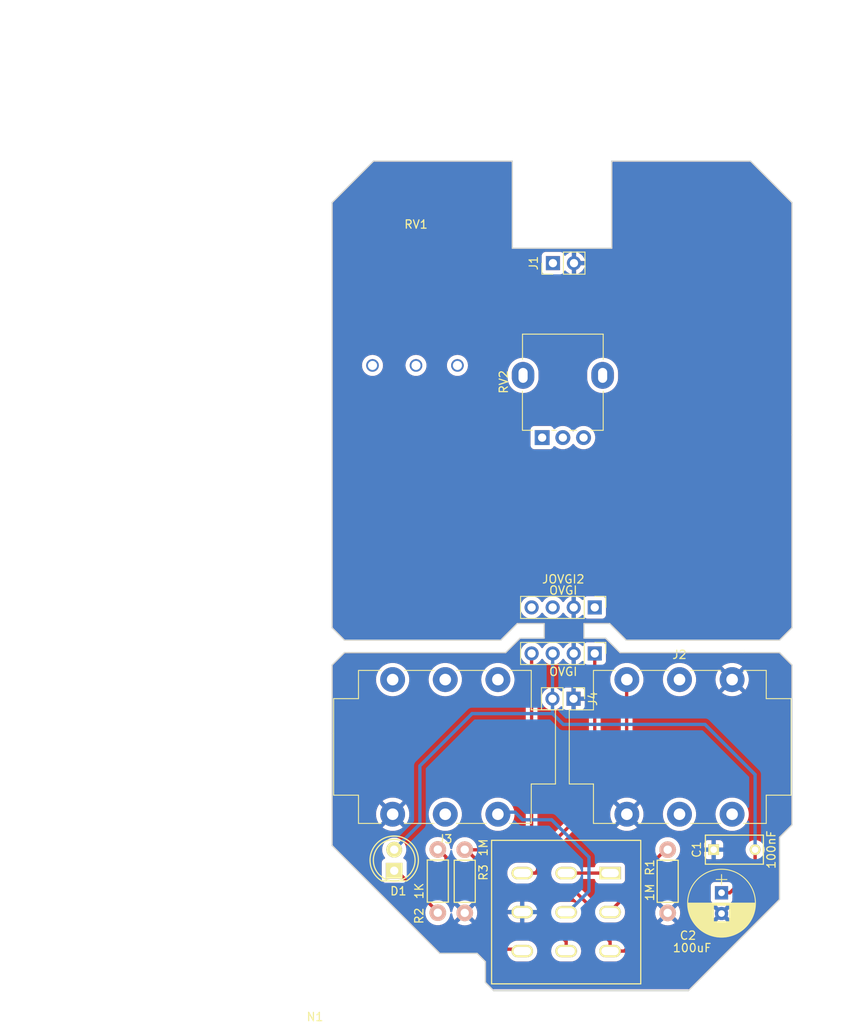
<source format=kicad_pcb>
(kicad_pcb (version 20221018) (generator pcbnew)
  (layers (0 "F.Cu" signal) (31 "B.Cu" signal) (34 "B.Paste" user) (35 "F.Paste" user) (36 "B.SilkS" user "B.Silkscreen") (37 "F.SilkS" user "F.Silkscreen") (38 "B.Mask" user) (39 "F.Mask" user) (44 "Edge.Cuts" user))
  (net 0 "")
  (net 1 "GND")
  (net 2 "+9V")
  (net 3 "Net-(D1-K)")
  (net 4 "O")
  (net 5 "I")
  (net 6 "Net-(SW1C-C)")
  (net 10 "Net-(SW1A-A)")
  (net 17 "Net-(SW1A-B)")
  (net 21 "Net-(SW1B-B)")
  (footprint "KiCad Lib:3PDT-Footswitch" (layer "F.Cu") (at 143.25 142.525 180)
    (fp_text reference "SW1" hide)
    (fp_text value "SW_3PDT" hide)
    (fp_line (start -9 -8.65) (end -9 8.65) (stroke (width 0.15)) (layer "F.SilkS"))
    (fp_line (start -9 -8.65) (end 9 -8.65) (stroke (width 0.15)) (layer "F.SilkS"))
    (fp_line (start 9 -8.65) (end 9 8.65) (stroke (width 0.15)) (layer "F.SilkS"))
    (fp_line (start 9 8.65) (end -8.9 8.65) (stroke (width 0.15)) (layer "F.SilkS"))
    (pad "1" thru_hole rect (at -5.3 4.7 180) (size 2.6 1.5) (drill oval 2.1 1) (layers "*.Cu" "*.Mask" "F.SilkS") (net 10 "Net-(SW1A-A)"))
    (pad "2" thru_hole oval (at 0 4.7 180) (size 2.6 1.5) (drill oval 2.1 1) (layers "*.Cu" "*.Mask" "F.SilkS") (net 10 "Net-(SW1A-A)"))
    (pad "3" thru_hole oval (at 5.3 4.7 180) (size 2.6 1.5) (drill oval 2.1 1) (layers "*.Cu" "*.Mask" "F.SilkS") (net 5 "I"))
    (pad "4" thru_hole oval (at -5.3 0 180) (size 2.6 1.5) (drill oval 2.1 1) (layers "*.Cu" "*.Mask" "F.SilkS") (net 17 "Net-(SW1A-B)"))
    (pad "5" thru_hole oval (at 0 -0.025 180) (size 2.6 1.5) (drill oval 2.1 1) (layers "*.Cu" "*.Mask" "F.SilkS") (net 21 "Net-(SW1B-B)"))
    (pad "6" thru_hole oval (at 5.3 0 180) (size 2.6 1.5) (drill oval 2.1 1) (layers "*.Cu" "*.Mask" "F.SilkS") (net 1 "GND"))
    (pad "7" thru_hole oval (at -5.3 -4.7 180) (size 2.6 1.5) (drill oval 2.1 1) (layers "*.Cu" "*.Mask" "F.SilkS") (net 5 "I"))
    (pad "8" thru_hole oval (at 0 -4.7 180) (size 2.6 1.5) (drill oval 2.1 1) (layers "*.Cu" "*.Mask" "F.SilkS") (net 4 "O"))
    (pad "9" thru_hole oval (at 5.3 -4.7 180) (size 2.6 1.5) (drill oval 2.1 1) (layers "*.Cu" "*.Mask" "F.SilkS") (net 6 "Net-(SW1C-C)"))
  )
  (footprint "Connector_Audio:Jack_6.35mm_Neutrik_NMJ6HCD2_Horizontal" (layer "F.Cu") (at 135.01 130.73 180)
    (fp_text reference "J3" (at 6.35 -3) (layer "F.SilkS"))
    (fp_text value "NMJ6HCD2")
    (fp_line (start -6.95 3.645) (end -4.03 3.645) (stroke (width 0.12)) (layer "F.SilkS"))
    (fp_line (start -6.95 12.545) (end -6.95 3.645) (stroke (width 0.12)) (layer "F.SilkS"))
    (fp_line (start -6.95 12.585) (end -4.03 12.585) (stroke (width 0.12)) (layer "F.SilkS"))
    (fp_line (start -4.03 -1.105) (end -1.4 -1.105) (stroke (width 0.12)) (layer "F.SilkS"))
    (fp_line (start -4.03 3.645) (end -4.03 -1.105) (stroke (width 0.12)) (layer "F.SilkS"))
    (fp_line (start -4.03 17.335) (end -4.03 12.585) (stroke (width 0.12)) (layer "F.SilkS"))
    (fp_line (start -1.4 17.335) (end -4.03 17.335) (stroke (width 0.12)) (layer "F.SilkS"))
    (fp_line (start 1.4 -1.105) (end 5 -1.105) (stroke (width 0.12)) (layer "F.SilkS"))
    (fp_line (start 5 17.335) (end 1.4 17.335) (stroke (width 0.12)) (layer "F.SilkS"))
    (fp_line (start 7.7 -1.105) (end 11.3 -1.105) (stroke (width 0.12)) (layer "F.SilkS"))
    (fp_line (start 11.3 17.335) (end 7.7 17.335) (stroke (width 0.12)) (layer "F.SilkS"))
    (fp_line (start 16.82 -1.105) (end 14.1 -1.105) (stroke (width 0.12)) (layer "F.SilkS"))
    (fp_line (start 16.82 2.295) (end 16.82 -1.105) (stroke (width 0.12)) (layer "F.SilkS"))
    (fp_line (start 16.82 2.295) (end 19.82 2.295) (stroke (width 0.12)) (layer "F.SilkS"))
    (fp_line (start 16.82 13.935) (end 19.82 13.935) (stroke (width 0.12)) (layer "F.SilkS"))
    (fp_line (start 16.82 17.335) (end 14.1 17.335) (stroke (width 0.12)) (layer "F.SilkS"))
    (fp_line (start 16.82 17.335) (end 16.82 13.935) (stroke (width 0.12)) (layer "F.SilkS"))
    (fp_line (start 19.82 13.935) (end 19.82 2.295) (stroke (width 0.12)) (layer "F.SilkS"))
    (pad "R" thru_hole circle (at 6.35 0 180) (size 3 3) (drill 1.4) (layers "*.Cu" "*.Mask"))
    (pad "RN" thru_hole circle (at 6.35 16.23 180) (size 3 3) (drill 1.4) (layers "*.Cu" "*.Mask"))
    (pad "S" thru_hole circle (at 12.7 0 180) (size 3 3) (drill 1.4) (layers "*.Cu" "*.Mask") (net 1 "GND"))
    (pad "SN" thru_hole circle (at 12.7 16.23 180) (size 3 3) (drill 1.4) (layers "*.Cu" "*.Mask"))
    (pad "T" thru_hole circle (at 0 0 180) (size 3 3) (drill 1.4) (layers "*.Cu" "*.Mask") (net 21 "Net-(SW1B-B)"))
    (pad "TN" thru_hole circle (at 0 16.23 180) (size 3 3) (drill 1.4) (layers "*.Cu" "*.Mask"))
  )
  (footprint "Connector_PinHeader_2.54mm:PinHeader_1x02_P2.54mm_Vertical" (layer "F.Cu") (at 141.65 64.3 90)
    (fp_text reference "J1" (at 0 -2.33 90) (layer "F.SilkS"))
    (fp_text value "V+ GND")
    (fp_line (start -1.33 -1.33) (end 0 -1.33) (stroke (width 0.12)) (layer "F.SilkS"))
    (fp_line (start -1.33 0) (end -1.33 -1.33) (stroke (width 0.12)) (layer "F.SilkS"))
    (fp_line (start -1.33 1.27) (end -1.33 3.87) (stroke (width 0.12)) (layer "F.SilkS"))
    (fp_line (start -1.33 1.27) (end 1.33 1.27) (stroke (width 0.12)) (layer "F.SilkS"))
    (fp_line (start -1.33 3.87) (end 1.33 3.87) (stroke (width 0.12)) (layer "F.SilkS"))
    (fp_line (start 1.33 1.27) (end 1.33 3.87) (stroke (width 0.12)) (layer "F.SilkS"))
    (pad "1" thru_hole rect (at 0 0 90) (size 1.7 1.7) (drill 1) (layers "*.Cu" "*.Mask") (net 2 "+9V"))
    (pad "2" thru_hole oval (at 0 2.54 90) (size 1.7 1.7) (drill 1) (layers "*.Cu" "*.Mask") (net 1 "GND"))
  )
  (footprint "Pin_Headers:Pin_Header_Straight_1x04_Pitch2.54mm" (layer "F.Cu") (at 146.7 111.35 -90)
    (fp_text reference "JOVGI1" hide)
    (fp_text value "OVGI" (at 2.2 3.8) (layer "F.SilkS"))
    (fp_line (start -1.33 -1.33) (end 0 -1.33) (stroke (width 0.12)) (layer "F.SilkS"))
    (fp_line (start -1.33 0) (end -1.33 -1.33) (stroke (width 0.12)) (layer "F.SilkS"))
    (fp_line (start -1.33 1.27) (end -1.33 8.95) (stroke (width 0.12)) (layer "F.SilkS"))
    (fp_line (start -1.33 1.27) (end 1.33 1.27) (stroke (width 0.12)) (layer "F.SilkS"))
    (fp_line (start -1.33 8.95) (end 1.33 8.95) (stroke (width 0.12)) (layer "F.SilkS"))
    (fp_line (start 1.33 1.27) (end 1.33 8.95) (stroke (width 0.12)) (layer "F.SilkS"))
    (pad "1" thru_hole rect (at 0 0 270) (size 1.7 1.7) (drill 1) (layers "*.Cu" "*.Mask") (net 5 "I"))
    (pad "2" thru_hole oval (at 0 2.54 270) (size 1.7 1.7) (drill 1) (layers "*.Cu" "*.Mask") (net 1 "GND"))
    (pad "3" thru_hole oval (at 0 5.08 270) (size 1.7 1.7) (drill 1) (layers "*.Cu" "*.Mask") (net 2 "+9V"))
    (pad "4" thru_hole oval (at 0 7.62 270) (size 1.7 1.7) (drill 1) (layers "*.Cu" "*.Mask") (net 4 "O"))
  )
  (footprint "Pin_Headers:Pin_Header_Straight_1x04_Pitch2.54mm" (layer "F.Cu") (at 146.7 105.8 -90)
    (fp_text reference "JOVGI2" (at -3.4 3.8) (layer "F.SilkS"))
    (fp_text value "OVGI" (at -2.05 3.8) (layer "F.SilkS"))
    (fp_line (start -1.33 -1.33) (end 0 -1.33) (stroke (width 0.12)) (layer "F.SilkS"))
    (fp_line (start -1.33 0) (end -1.33 -1.33) (stroke (width 0.12)) (layer "F.SilkS"))
    (fp_line (start -1.33 1.27) (end -1.33 8.95) (stroke (width 0.12)) (layer "F.SilkS"))
    (fp_line (start -1.33 1.27) (end 1.33 1.27) (stroke (width 0.12)) (layer "F.SilkS"))
    (fp_line (start -1.33 8.95) (end 1.33 8.95) (stroke (width 0.12)) (layer "F.SilkS"))
    (fp_line (start 1.33 1.27) (end 1.33 8.95) (stroke (width 0.12)) (layer "F.SilkS"))
    (pad "1" thru_hole rect (at 0 0 270) (size 1.7 1.7) (drill 1) (layers "*.Cu" "*.Mask") (net 5 "I"))
    (pad "2" thru_hole oval (at 0 2.54 270) (size 1.7 1.7) (drill 1) (layers "*.Cu" "*.Mask") (net 1 "GND"))
    (pad "3" thru_hole oval (at 0 5.08 270) (size 1.7 1.7) (drill 1) (layers "*.Cu" "*.Mask") (net 2 "+9V"))
    (pad "4" thru_hole oval (at 0 7.62 270) (size 1.7 1.7) (drill 1) (layers "*.Cu" "*.Mask") (net 4 "O"))
  )
  (footprint "Capacitors_THT:CP_Radial_D8.0mm_P2.50mm" (layer "F.Cu") (at 162 140.2 -90)
    (fp_text reference "C2" (at 5.15 4.05) (layer "F.SilkS"))
    (fp_text value "100uF" (at 6.65 3.55) (layer "F.SilkS"))
    (fp_line (start -2.2 0) (end -1 0) (stroke (width 0.12)) (layer "F.SilkS"))
    (fp_line (start -1.6 -0.65) (end -1.6 0.65) (stroke (width 0.12)) (layer "F.SilkS"))
    (fp_line (start 1.25 -4.05) (end 1.25 4.05) (stroke (width 0.12)) (layer "F.SilkS"))
    (fp_line (start 1.29 -4.05) (end 1.29 4.05) (stroke (width 0.12)) (layer "F.SilkS"))
    (fp_line (start 1.33 -4.05) (end 1.33 4.05) (stroke (width 0.12)) (layer "F.SilkS"))
    (fp_line (start 1.37 -4.049) (end 1.37 4.049) (stroke (width 0.12)) (layer "F.SilkS"))
    (fp_line (start 1.41 -4.047) (end 1.41 4.047) (stroke (width 0.12)) (layer "F.SilkS"))
    (fp_line (start 1.45 -4.046) (end 1.45 4.046) (stroke (width 0.12)) (layer "F.SilkS"))
    (fp_line (start 1.49 -4.043) (end 1.49 4.043) (stroke (width 0.12)) (layer "F.SilkS"))
    (fp_line (start 1.53 -4.041) (end 1.53 -0.98) (stroke (width 0.12)) (layer "F.SilkS"))
    (fp_line (start 1.53 0.98) (end 1.53 4.041) (stroke (width 0.12)) (layer "F.SilkS"))
    (fp_line (start 1.57 -4.038) (end 1.57 -0.98) (stroke (width 0.12)) (layer "F.SilkS"))
    (fp_line (start 1.57 0.98) (end 1.57 4.038) (stroke (width 0.12)) (layer "F.SilkS"))
    (fp_line (start 1.61 -4.035) (end 1.61 -0.98) (stroke (width 0.12)) (layer "F.SilkS"))
    (fp_line (start 1.61 0.98) (end 1.61 4.035) (stroke (width 0.12)) (layer "F.SilkS"))
    (fp_line (start 1.65 -4.031) (end 1.65 -0.98) (stroke (width 0.12)) (layer "F.SilkS"))
    (fp_line (start 1.65 0.98) (end 1.65 4.031) (stroke (width 0.12)) (layer "F.SilkS"))
    (fp_line (start 1.69 -4.027) (end 1.69 -0.98) (stroke (width 0.12)) (layer "F.SilkS"))
    (fp_line (start 1.69 0.98) (end 1.69 4.027) (stroke (width 0.12)) (layer "F.SilkS"))
    (fp_line (start 1.73 -4.022) (end 1.73 -0.98) (stroke (width 0.12)) (layer "F.SilkS"))
    (fp_line (start 1.73 0.98) (end 1.73 4.022) (stroke (width 0.12)) (layer "F.SilkS"))
    (fp_line (start 1.77 -4.017) (end 1.77 -0.98) (stroke (width 0.12)) (layer "F.SilkS"))
    (fp_line (start 1.77 0.98) (end 1.77 4.017) (stroke (width 0.12)) (layer "F.SilkS"))
    (fp_line (start 1.81 -4.012) (end 1.81 -0.98) (stroke (width 0.12)) (layer "F.SilkS"))
    (fp_line (start 1.81 0.98) (end 1.81 4.012) (stroke (width 0.12)) (layer "F.SilkS"))
    (fp_line (start 1.85 -4.006) (end 1.85 -0.98) (stroke (width 0.12)) (layer "F.SilkS"))
    (fp_line (start 1.85 0.98) (end 1.85 4.006) (stroke (width 0.12)) (layer "F.SilkS"))
    (fp_line (start 1.89 -4) (end 1.89 -0.98) (stroke (width 0.12)) (layer "F.SilkS"))
    (fp_line (start 1.89 0.98) (end 1.89 4) (stroke (width 0.12)) (layer "F.SilkS"))
    (fp_line (start 1.93 -3.994) (end 1.93 -0.98) (stroke (width 0.12)) (layer "F.SilkS"))
    (fp_line (start 1.93 0.98) (end 1.93 3.994) (stroke (width 0.12)) (layer "F.SilkS"))
    (fp_line (start 1.971 -3.987) (end 1.971 -0.98) (stroke (width 0.12)) (layer "F.SilkS"))
    (fp_line (start 1.971 0.98) (end 1.971 3.987) (stroke (width 0.12)) (layer "F.SilkS"))
    (fp_line (start 2.011 -3.979) (end 2.011 -0.98) (stroke (width 0.12)) (layer "F.SilkS"))
    (fp_line (start 2.011 0.98) (end 2.011 3.979) (stroke (width 0.12)) (layer "F.SilkS"))
    (fp_line (start 2.051 -3.971) (end 2.051 -0.98) (stroke (width 0.12)) (layer "F.SilkS"))
    (fp_line (start 2.051 0.98) (end 2.051 3.971) (stroke (width 0.12)) (layer "F.SilkS"))
    (fp_line (start 2.091 -3.963) (end 2.091 -0.98) (stroke (width 0.12)) (layer "F.SilkS"))
    (fp_line (start 2.091 0.98) (end 2.091 3.963) (stroke (width 0.12)) (layer "F.SilkS"))
    (fp_line (start 2.131 -3.955) (end 2.131 -0.98) (stroke (width 0.12)) (layer "F.SilkS"))
    (fp_line (start 2.131 0.98) (end 2.131 3.955) (stroke (width 0.12)) (layer "F.SilkS"))
    (fp_line (start 2.171 -3.946) (end 2.171 -0.98) (stroke (width 0.12)) (layer "F.SilkS"))
    (fp_line (start 2.171 0.98) (end 2.171 3.946) (stroke (width 0.12)) (layer "F.SilkS"))
    (fp_line (start 2.211 -3.936) (end 2.211 -0.98) (stroke (width 0.12)) (layer "F.SilkS"))
    (fp_line (start 2.211 0.98) (end 2.211 3.936) (stroke (width 0.12)) (layer "F.SilkS"))
    (fp_line (start 2.251 -3.926) (end 2.251 -0.98) (stroke (width 0.12)) (layer "F.SilkS"))
    (fp_line (start 2.251 0.98) (end 2.251 3.926) (stroke (width 0.12)) (layer "F.SilkS"))
    (fp_line (start 2.291 -3.916) (end 2.291 -0.98) (stroke (width 0.12)) (layer "F.SilkS"))
    (fp_line (start 2.291 0.98) (end 2.291 3.916) (stroke (width 0.12)) (layer "F.SilkS"))
    (fp_line (start 2.331 -3.905) (end 2.331 -0.98) (stroke (width 0.12)) (layer "F.SilkS"))
    (fp_line (start 2.331 0.98) (end 2.331 3.905) (stroke (width 0.12)) (layer "F.SilkS"))
    (fp_line (start 2.371 -3.894) (end 2.371 -0.98) (stroke (width 0.12)) (layer "F.SilkS"))
    (fp_line (start 2.371 0.98) (end 2.371 3.894) (stroke (width 0.12)) (layer "F.SilkS"))
    (fp_line (start 2.411 -3.883) (end 2.411 -0.98) (stroke (width 0.12)) (layer "F.SilkS"))
    (fp_line (start 2.411 0.98) (end 2.411 3.883) (stroke (width 0.12)) (layer "F.SilkS"))
    (fp_line (start 2.451 -3.87) (end 2.451 -0.98) (stroke (width 0.12)) (layer "F.SilkS"))
    (fp_line (start 2.451 0.98) (end 2.451 3.87) (stroke (width 0.12)) (layer "F.SilkS"))
    (fp_line (start 2.491 -3.858) (end 2.491 -0.98) (stroke (width 0.12)) (layer "F.SilkS"))
    (fp_line (start 2.491 0.98) (end 2.491 3.858) (stroke (width 0.12)) (layer "F.SilkS"))
    (fp_line (start 2.531 -3.845) (end 2.531 -0.98) (stroke (width 0.12)) (layer "F.SilkS"))
    (fp_line (start 2.531 0.98) (end 2.531 3.845) (stroke (width 0.12)) (layer "F.SilkS"))
    (fp_line (start 2.571 -3.832) (end 2.571 -0.98) (stroke (width 0.12)) (layer "F.SilkS"))
    (fp_line (start 2.571 0.98) (end 2.571 3.832) (stroke (width 0.12)) (layer "F.SilkS"))
    (fp_line (start 2.611 -3.818) (end 2.611 -0.98) (stroke (width 0.12)) (layer "F.SilkS"))
    (fp_line (start 2.611 0.98) (end 2.611 3.818) (stroke (width 0.12)) (layer "F.SilkS"))
    (fp_line (start 2.651 -3.803) (end 2.651 -0.98) (stroke (width 0.12)) (layer "F.SilkS"))
    (fp_line (start 2.651 0.98) (end 2.651 3.803) (stroke (width 0.12)) (layer "F.SilkS"))
    (fp_line (start 2.691 -3.789) (end 2.691 -0.98) (stroke (width 0.12)) (layer "F.SilkS"))
    (fp_line (start 2.691 0.98) (end 2.691 3.789) (stroke (width 0.12)) (layer "F.SilkS"))
    (fp_line (start 2.731 -3.773) (end 2.731 -0.98) (stroke (width 0.12)) (layer "F.SilkS"))
    (fp_line (start 2.731 0.98) (end 2.731 3.773) (stroke (width 0.12)) (layer "F.SilkS"))
    (fp_line (start 2.771 -3.758) (end 2.771 -0.98) (stroke (width 0.12)) (layer "F.SilkS"))
    (fp_line (start 2.771 0.98) (end 2.771 3.758) (stroke (width 0.12)) (layer "F.SilkS"))
    (fp_line (start 2.811 -3.741) (end 2.811 -0.98) (stroke (width 0.12)) (layer "F.SilkS"))
    (fp_line (start 2.811 0.98) (end 2.811 3.741) (stroke (width 0.12)) (layer "F.SilkS"))
    (fp_line (start 2.851 -3.725) (end 2.851 -0.98) (stroke (width 0.12)) (layer "F.SilkS"))
    (fp_line (start 2.851 0.98) (end 2.851 3.725) (stroke (width 0.12)) (layer "F.SilkS"))
    (fp_line (start 2.891 -3.707) (end 2.891 -0.98) (stroke (width 0.12)) (layer "F.SilkS"))
    (fp_line (start 2.891 0.98) (end 2.891 3.707) (stroke (width 0.12)) (layer "F.SilkS"))
    (fp_line (start 2.931 -3.69) (end 2.931 -0.98) (stroke (width 0.12)) (layer "F.SilkS"))
    (fp_line (start 2.931 0.98) (end 2.931 3.69) (stroke (width 0.12)) (layer "F.SilkS"))
    (fp_line (start 2.971 -3.671) (end 2.971 -0.98) (stroke (width 0.12)) (layer "F.SilkS"))
    (fp_line (start 2.971 0.98) (end 2.971 3.671) (stroke (width 0.12)) (layer "F.SilkS"))
    (fp_line (start 3.011 -3.652) (end 3.011 -0.98) (stroke (width 0.12)) (layer "F.SilkS"))
    (fp_line (start 3.011 0.98) (end 3.011 3.652) (stroke (width 0.12)) (layer "F.SilkS"))
    (fp_line (start 3.051 -3.633) (end 3.051 -0.98) (stroke (width 0.12)) (layer "F.SilkS"))
    (fp_line (start 3.051 0.98) (end 3.051 3.633) (stroke (width 0.12)) (layer "F.SilkS"))
    (fp_line (start 3.091 -3.613) (end 3.091 -0.98) (stroke (width 0.12)) (layer "F.SilkS"))
    (fp_line (start 3.091 0.98) (end 3.091 3.613) (stroke (width 0.12)) (layer "F.SilkS"))
    (fp_line (start 3.131 -3.593) (end 3.131 -0.98) (stroke (width 0.12)) (layer "F.SilkS"))
    (fp_line (start 3.131 0.98) (end 3.131 3.593) (stroke (width 0.12)) (layer "F.SilkS"))
    (fp_line (start 3.171 -3.572) (end 3.171 -0.98) (stroke (width 0.12)) (layer "F.SilkS"))
    (fp_line (start 3.171 0.98) (end 3.171 3.572) (stroke (width 0.12)) (layer "F.SilkS"))
    (fp_line (start 3.211 -3.55) (end 3.211 -0.98) (stroke (width 0.12)) (layer "F.SilkS"))
    (fp_line (start 3.211 0.98) (end 3.211 3.55) (stroke (width 0.12)) (layer "F.SilkS"))
    (fp_line (start 3.251 -3.528) (end 3.251 -0.98) (stroke (width 0.12)) (layer "F.SilkS"))
    (fp_line (start 3.251 0.98) (end 3.251 3.528) (stroke (width 0.12)) (layer "F.SilkS"))
    (fp_line (start 3.291 -3.505) (end 3.291 -0.98) (stroke (width 0.12)) (layer "F.SilkS"))
    (fp_line (start 3.291 0.98) (end 3.291 3.505) (stroke (width 0.12)) (layer "F.SilkS"))
    (fp_line (start 3.331 -3.482) (end 3.331 -0.98) (stroke (width 0.12)) (layer "F.SilkS"))
    (fp_line (start 3.331 0.98) (end 3.331 3.482) (stroke (width 0.12)) (layer "F.SilkS"))
    (fp_line (start 3.371 -3.458) (end 3.371 -0.98) (stroke (width 0.12)) (layer "F.SilkS"))
    (fp_line (start 3.371 0.98) (end 3.371 3.458) (stroke (width 0.12)) (layer "F.SilkS"))
    (fp_line (start 3.411 -3.434) (end 3.411 -0.98) (stroke (width 0.12)) (layer "F.SilkS"))
    (fp_line (start 3.411 0.98) (end 3.411 3.434) (stroke (width 0.12)) (layer "F.SilkS"))
    (fp_line (start 3.451 -3.408) (end 3.451 -0.98) (stroke (width 0.12)) (layer "F.SilkS"))
    (fp_line (start 3.451 0.98) (end 3.451 3.408) (stroke (width 0.12)) (layer "F.SilkS"))
    (fp_line (start 3.491 -3.383) (end 3.491 3.383) (stroke (width 0.12)) (layer "F.SilkS"))
    (fp_line (start 3.531 -3.356) (end 3.531 3.356) (stroke (width 0.12)) (layer "F.SilkS"))
    (fp_line (start 3.571 -3.329) (end 3.571 3.329) (stroke (width 0.12)) (layer "F.SilkS"))
    (fp_line (start 3.611 -3.301) (end 3.611 3.301) (stroke (width 0.12)) (layer "F.SilkS"))
    (fp_line (start 3.651 -3.272) (end 3.651 3.272) (stroke (width 0.12)) (layer "F.SilkS"))
    (fp_line (start 3.691 -3.243) (end 3.691 3.243) (stroke (width 0.12)) (layer "F.SilkS"))
    (fp_line (start 3.731 -3.213) (end 3.731 3.213) (stroke (width 0.12)) (layer "F.SilkS"))
    (fp_line (start 3.771 -3.182) (end 3.771 3.182) (stroke (width 0.12)) (layer "F.SilkS"))
    (fp_line (start 3.811 -3.15) (end 3.811 3.15) (stroke (width 0.12)) (layer "F.SilkS"))
    (fp_line (start 3.851 -3.118) (end 3.851 3.118) (stroke (width 0.12)) (layer "F.SilkS"))
    (fp_line (start 3.891 -3.084) (end 3.891 3.084) (stroke (width 0.12)) (layer "F.SilkS"))
    (fp_line (start 3.931 -3.05) (end 3.931 3.05) (stroke (width 0.12)) (layer "F.SilkS"))
    (fp_line (start 3.971 -3.015) (end 3.971 3.015) (stroke (width 0.12)) (layer "F.SilkS"))
    (fp_line (start 4.011 -2.979) (end 4.011 2.979) (stroke (width 0.12)) (layer "F.SilkS"))
    (fp_line (start 4.051 -2.942) (end 4.051 2.942) (stroke (width 0.12)) (layer "F.SilkS"))
    (fp_line (start 4.091 -2.904) (end 4.091 2.904) (stroke (width 0.12)) (layer "F.SilkS"))
    (fp_line (start 4.131 -2.865) (end 4.131 2.865) (stroke (width 0.12)) (layer "F.SilkS"))
    (fp_line (start 4.171 -2.824) (end 4.171 2.824) (stroke (width 0.12)) (layer "F.SilkS"))
    (fp_line (start 4.211 -2.783) (end 4.211 2.783) (stroke (width 0.12)) (layer "F.SilkS"))
    (fp_line (start 4.251 -2.74) (end 4.251 2.74) (stroke (width 0.12)) (layer "F.SilkS"))
    (fp_line (start 4.291 -2.697) (end 4.291 2.697) (stroke (width 0.12)) (layer "F.SilkS"))
    (fp_line (start 4.331 -2.652) (end 4.331 2.652) (stroke (width 0.12)) (layer "F.SilkS"))
    (fp_line (start 4.371 -2.605) (end 4.371 2.605) (stroke (width 0.12)) (layer "F.SilkS"))
    (fp_line (start 4.411 -2.557) (end 4.411 2.557) (stroke (width 0.12)) (layer "F.SilkS"))
    (fp_line (start 4.451 -2.508) (end 4.451 2.508) (stroke (width 0.12)) (layer "F.SilkS"))
    (fp_line (start 4.491 -2.457) (end 4.491 2.457) (stroke (width 0.12)) (layer "F.SilkS"))
    (fp_line (start 4.531 -2.404) (end 4.531 2.404) (stroke (width 0.12)) (layer "F.SilkS"))
    (fp_line (start 4.571 -2.349) (end 4.571 2.349) (stroke (width 0.12)) (layer "F.SilkS"))
    (fp_line (start 4.611 -2.293) (end 4.611 2.293) (stroke (width 0.12)) (layer "F.SilkS"))
    (fp_line (start 4.651 -2.234) (end 4.651 2.234) (stroke (width 0.12)) (layer "F.SilkS"))
    (fp_line (start 4.691 -2.173) (end 4.691 2.173) (stroke (width 0.12)) (layer "F.SilkS"))
    (fp_line (start 4.731 -2.109) (end 4.731 2.109) (stroke (width 0.12)) (layer "F.SilkS"))
    (fp_line (start 4.771 -2.043) (end 4.771 2.043) (stroke (width 0.12)) (layer "F.SilkS"))
    (fp_line (start 4.811 -1.974) (end 4.811 1.974) (stroke (width 0.12)) (layer "F.SilkS"))
    (fp_line (start 4.851 -1.902) (end 4.851 1.902) (stroke (width 0.12)) (layer "F.SilkS"))
    (fp_line (start 4.891 -1.826) (end 4.891 1.826) (stroke (width 0.12)) (layer "F.SilkS"))
    (fp_line (start 4.931 -1.745) (end 4.931 1.745) (stroke (width 0.12)) (layer "F.SilkS"))
    (fp_line (start 4.971 -1.66) (end 4.971 1.66) (stroke (width 0.12)) (layer "F.SilkS"))
    (fp_line (start 5.011 -1.57) (end 5.011 1.57) (stroke (width 0.12)) (layer "F.SilkS"))
    (fp_line (start 5.051 -1.473) (end 5.051 1.473) (stroke (width 0.12)) (layer "F.SilkS"))
    (fp_line (start 5.091 -1.369) (end 5.091 1.369) (stroke (width 0.12)) (layer "F.SilkS"))
    (fp_line (start 5.131 -1.254) (end 5.131 1.254) (stroke (width 0.12)) (layer "F.SilkS"))
    (fp_line (start 5.171 -1.127) (end 5.171 1.127) (stroke (width 0.12)) (layer "F.SilkS"))
    (fp_line (start 5.211 -0.983) (end 5.211 0.983) (stroke (width 0.12)) (layer "F.SilkS"))
    (fp_line (start 5.251 -0.814) (end 5.251 0.814) (stroke (width 0.12)) (layer "F.SilkS"))
    (fp_line (start 5.291 -0.598) (end 5.291 0.598) (stroke (width 0.12)) (layer "F.SilkS"))
    (fp_line (start 5.331 -0.246) (end 5.331 0.246) (stroke (width 0.12)) (layer "F.SilkS"))
    (fp_circle (center 1.25 0) (end 5.34 0) (stroke (width 0.12)) (fill none) (layer "F.SilkS"))
    (pad "1" thru_hole rect (at 0 0 270) (size 1.6 1.6) (drill 0.8) (layers "*.Cu" "*.Mask") (net 2 "+9V"))
    (pad "2" thru_hole circle (at 2.5 0 270) (size 1.6 1.6) (drill 0.8) (layers "*.Cu" "*.Mask") (net 1 "GND"))
  )
  (footprint "LEDs:LED-5MM" (layer "F.Cu") (at 122.5 137.54 90)
    (fp_text reference "D1" (at -2.46 0.5) (layer "F.SilkS"))
    (fp_text value "LED" hide)
    (fp_line (start -1.23 1.5) (end -1.23 -1.5) (stroke (width 0.15)) (layer "F.SilkS"))
    (fp_arc (start -1.23 -1.5) (mid 4.18544 -0.014565) (end -1.214888 1.524904) (stroke (width 0.15)) (layer "F.SilkS"))
    (fp_circle (center 1.27 0) (end 0.97 -2.5) (stroke (width 0.15)) (fill none) (layer "F.SilkS"))
    (pad "1" thru_hole rect (at 0 0 180) (size 2 1.9) (drill 1.00076) (layers "*.Cu" "*.Mask" "F.SilkS") (net 3 "Net-(D1-K)"))
    (pad "2" thru_hole circle (at 2.54 0 90) (size 1.9 1.9) (drill 1.00076) (layers "*.Cu" "*.Mask" "F.SilkS") (net 2 "+9V"))
  )
  (footprint "Resistors_ThroughHole:Resistor_Horizontal_RM7mm" (layer "F.Cu") (at 155.5 135 -90)
    (fp_text reference "R1" (at 2.15 2.15 90) (layer "F.SilkS"))
    (fp_text value "1M" (at 5.15 2.15 90) (layer "F.SilkS"))
    (fp_line (start 1.27 -1.27) (end 6.35 -1.27) (stroke (width 0.15)) (layer "F.SilkS"))
    (fp_line (start 1.27 1.27) (end 1.27 -1.27) (stroke (width 0.15)) (layer "F.SilkS"))
    (fp_line (start 6.35 -1.27) (end 6.35 1.27) (stroke (width 0.15)) (layer "F.SilkS"))
    (fp_line (start 6.35 1.27) (end 1.27 1.27) (stroke (width 0.15)) (layer "F.SilkS"))
    (pad "1" thru_hole circle (at 0 0 270) (size 1.99898 1.99898) (drill 1.00076) (layers "*.Cu" "*.SilkS" "*.Mask") (net 5 "I"))
    (pad "2" thru_hole circle (at 7.62 0 270) (size 1.99898 1.99898) (drill 1.00076) (layers "*.Cu" "*.SilkS" "*.Mask") (net 1 "GND"))
  )
  (footprint "Resistors_ThroughHole:Resistor_Horizontal_RM7mm" (layer "F.Cu") (at 127.76 142.6 90)
    (fp_text reference "R2" (at -0.38 -2.25 90) (layer "F.SilkS"))
    (fp_text value "1K" (at 2.62 -2.25 90) (layer "F.SilkS"))
    (fp_line (start 1.27 -1.27) (end 6.35 -1.27) (stroke (width 0.15)) (layer "F.SilkS"))
    (fp_line (start 1.27 1.27) (end 1.27 -1.27) (stroke (width 0.15)) (layer "F.SilkS"))
    (fp_line (start 6.35 -1.27) (end 6.35 1.27) (stroke (width 0.15)) (layer "F.SilkS"))
    (fp_line (start 6.35 1.27) (end 1.27 1.27) (stroke (width 0.15)) (layer "F.SilkS"))
    (pad "1" thru_hole circle (at 0 0 90) (size 1.99898 1.99898) (drill 1.00076) (layers "*.Cu" "*.SilkS" "*.Mask") (net 3 "Net-(D1-K)"))
    (pad "2" thru_hole circle (at 7.62 0 90) (size 1.99898 1.99898) (drill 1.00076) (layers "*.Cu" "*.SilkS" "*.Mask") (net 6 "Net-(SW1C-C)"))
  )
  (footprint "Resistors_ThroughHole:Resistor_Horizontal_RM7mm" (layer "F.Cu") (at 131.01 135 -90)
    (fp_text reference "R3" (at 2.75 -2.25 90) (layer "F.SilkS"))
    (fp_text value "1M" (at -0.25 -2.25 90) (layer "F.SilkS"))
    (fp_line (start 1.27 -1.27) (end 6.35 -1.27) (stroke (width 0.15)) (layer "F.SilkS"))
    (fp_line (start 1.27 1.27) (end 1.27 -1.27) (stroke (width 0.15)) (layer "F.SilkS"))
    (fp_line (start 6.35 -1.27) (end 6.35 1.27) (stroke (width 0.15)) (layer "F.SilkS"))
    (fp_line (start 6.35 1.27) (end 1.27 1.27) (stroke (width 0.15)) (layer "F.SilkS"))
    (pad "1" thru_hole circle (at 0 0 270) (size 1.99898 1.99898) (drill 1.00076) (layers "*.Cu" "*.SilkS" "*.Mask") (net 4 "O"))
    (pad "2" thru_hole circle (at 7.62 0 270) (size 1.99898 1.99898) (drill 1.00076) (layers "*.Cu" "*.SilkS" "*.Mask") (net 1 "GND"))
  )
  (footprint "Capacitors_ThroughHole:C_Rect_L7_W3.5_P5" (layer "F.Cu") (at 161.05 135)
    (fp_text reference "C1" (at -2.05 0 90) (layer "F.SilkS"))
    (fp_text value "100nF" (at 6.95 0 90) (layer "F.SilkS"))
    (fp_line (start -1 -1.75) (end 6 -1.75) (stroke (width 0.15)) (layer "F.SilkS"))
    (fp_line (start -1 1.75) (end -1 -1.75) (stroke (width 0.15)) (layer "F.SilkS"))
    (fp_line (start 6 -1.75) (end 6 1.75) (stroke (width 0.15)) (layer "F.SilkS"))
    (fp_line (start 6 1.75) (end -1 1.75) (stroke (width 0.15)) (layer "F.SilkS"))
    (pad "1" thru_hole rect (at 0 0) (size 1.3 1.3) (drill 0.8) (layers "*.Cu" "*.Mask" "F.SilkS") (net 1 "GND"))
    (pad "2" thru_hole circle (at 5 0) (size 1.3 1.3) (drill 0.8) (layers "*.Cu" "*.Mask" "F.SilkS") (net 2 "+9V"))
  )
  (footprint "Connector_PinHeader_2.54mm:PinHeader_1x02_P2.54mm_Vertical" (layer "F.Cu") (at 144.14 116.81 -90)
    (fp_text reference "J4" (at 0 -2.33 -90) (layer "F.SilkS"))
    (fp_text value "V+ GND")
    (fp_line (start -1.33 -1.33) (end 0 -1.33) (stroke (width 0.12)) (layer "F.SilkS"))
    (fp_line (start -1.33 0) (end -1.33 -1.33) (stroke (width 0.12)) (layer "F.SilkS"))
    (fp_line (start -1.33 1.27) (end -1.33 3.87) (stroke (width 0.12)) (layer "F.SilkS"))
    (fp_line (start -1.33 1.27) (end 1.33 1.27) (stroke (width 0.12)) (layer "F.SilkS"))
    (fp_line (start -1.33 3.87) (end 1.33 3.87) (stroke (width 0.12)) (layer "F.SilkS"))
    (fp_line (start 1.33 1.27) (end 1.33 3.87) (stroke (width 0.12)) (layer "F.SilkS"))
    (pad "1" thru_hole rect (at 0 0 270) (size 1.7 1.7) (drill 1) (layers "*.Cu" "*.Mask") (net 1 "GND"))
    (pad "2" thru_hole oval (at 0 2.54 270) (size 1.7 1.7) (drill 1) (layers "*.Cu" "*.Mask") (net 2 "+9V"))
  )
  (footprint "Connector_Audio:Jack_6.35mm_Neutrik_NMJ6HCD2_Horizontal" (layer "F.Cu") (at 150.575 114.5)
    (fp_text reference "J2" (at 6.35 -3) (layer "F.SilkS"))
    (fp_text value "NMJ6HCD2")
    (fp_line (start -6.95 3.645) (end -4.03 3.645) (stroke (width 0.12)) (layer "F.SilkS"))
    (fp_line (start -6.95 12.545) (end -6.95 3.645) (stroke (width 0.12)) (layer "F.SilkS"))
    (fp_line (start -6.95 12.585) (end -4.03 12.585) (stroke (width 0.12)) (layer "F.SilkS"))
    (fp_line (start -4.03 -1.105) (end -1.4 -1.105) (stroke (width 0.12)) (layer "F.SilkS"))
    (fp_line (start -4.03 3.645) (end -4.03 -1.105) (stroke (width 0.12)) (layer "F.SilkS"))
    (fp_line (start -4.03 17.335) (end -4.03 12.585) (stroke (width 0.12)) (layer "F.SilkS"))
    (fp_line (start -1.4 17.335) (end -4.03 17.335) (stroke (width 0.12)) (layer "F.SilkS"))
    (fp_line (start 1.4 -1.105) (end 5 -1.105) (stroke (width 0.12)) (layer "F.SilkS"))
    (fp_line (start 5 17.335) (end 1.4 17.335) (stroke (width 0.12)) (layer "F.SilkS"))
    (fp_line (start 7.7 -1.105) (end 11.3 -1.105) (stroke (width 0.12)) (layer "F.SilkS"))
    (fp_line (start 11.3 17.335) (end 7.7 17.335) (stroke (width 0.12)) (layer "F.SilkS"))
    (fp_line (start 16.82 -1.105) (end 14.1 -1.105) (stroke (width 0.12)) (layer "F.SilkS"))
    (fp_line (start 16.82 2.295) (end 16.82 -1.105) (stroke (width 0.12)) (layer "F.SilkS"))
    (fp_line (start 16.82 2.295) (end 19.82 2.295) (stroke (width 0.12)) (layer "F.SilkS"))
    (fp_line (start 16.82 13.935) (end 19.82 13.935) (stroke (width 0.12)) (layer "F.SilkS"))
    (fp_line (start 16.82 17.335) (end 14.1 17.335) (stroke (width 0.12)) (layer "F.SilkS"))
    (fp_line (start 16.82 17.335) (end 16.82 13.935) (stroke (width 0.12)) (layer "F.SilkS"))
    (fp_line (start 19.82 13.935) (end 19.82 2.295) (stroke (width 0.12)) (layer "F.SilkS"))
    (pad "R" thru_hole circle (at 6.35 0) (size 3 3) (drill 1.4) (layers "*.Cu" "*.Mask"))
    (pad "RN" thru_hole circle (at 6.35 16.23) (size 3 3) (drill 1.4) (layers "*.Cu" "*.Mask"))
    (pad "S" thru_hole circle (at 12.7 0) (size 3 3) (drill 1.4) (layers "*.Cu" "*.Mask") (net 1 "GND"))
    (pad "SN" thru_hole circle (at 12.7 16.23) (size 3 3) (drill 1.4) (layers "*.Cu" "*.Mask"))
    (pad "T" thru_hole circle (at 0 0) (size 3 3) (drill 1.4) (layers "*.Cu" "*.Mask") (net 17 "Net-(SW1A-B)"))
    (pad "TN" thru_hole circle (at 0 16.23) (size 3 3) (drill 1.4) (layers "*.Cu" "*.Mask") (net 1 "GND"))
  )
  (footprint "Potentiometer_THT:Potentiometer_Alpha_RD901F-40-00D_Single_Vertical" (layer "F.Cu") (at 140.35 85.33 90)
    (fp_text reference "RV2" (at 6.71 -4.64 90) (layer "F.SilkS"))
    (fp_text value "ALPHA-9MM")
    (fp_line (start 0.88 -2.38) (end 5.6 -2.38) (stroke (width 0.12)) (layer "F.SilkS"))
    (fp_line (start 0.88 -1.19) (end 0.88 -2.37) (stroke (width 0.12)) (layer "F.SilkS"))
    (fp_line (start 0.88 1.71) (end 0.88 1.18) (stroke (width 0.12)) (layer "F.SilkS"))
    (fp_line (start 0.88 4.16) (end 0.88 3.33) (stroke (width 0.12)) (layer "F.SilkS"))
    (fp_line (start 0.88 7.37) (end 0.88 5.88) (stroke (width 0.12)) (layer "F.SilkS"))
    (fp_line (start 0.88 7.37) (end 5.6 7.37) (stroke (width 0.12)) (layer "F.SilkS"))
    (fp_line (start 9.41 -2.37) (end 12.47 -2.37) (stroke (width 0.12)) (layer "F.SilkS"))
    (fp_line (start 9.41 7.37) (end 12.47 7.37) (stroke (width 0.12)) (layer "F.SilkS"))
    (fp_line (start 12.47 7.37) (end 12.47 -2.37) (stroke (width 0.12)) (layer "F.SilkS"))
    (pad "" thru_hole oval (at 7.5 -2.3 180) (size 2.72 3.24) (drill oval 1.1 1.8) (layers "*.Cu" "*.Mask"))
    (pad "" thru_hole oval (at 7.5 7.3 180) (size 2.72 3.24) (drill oval 1.1 1.8) (layers "*.Cu" "*.Mask"))
    (pad "1" thru_hole rect (at 0 0 180) (size 1.8 1.8) (drill 1) (layers "*.Cu" "*.Mask"))
    (pad "2" thru_hole circle (at 0 2.5 180) (size 1.8 1.8) (drill 1) (layers "*.Cu" "*.Mask"))
    (pad "3" thru_hole circle (at 0 5 180) (size 1.8 1.8) (drill 1) (layers "*.Cu" "*.Mask"))
  )
  (footprint "Pedal-Components:Potentiometer_ALPHA_RV16106N" (layer "F.Cu") (at 125.13 60.13)
    (fp_text reference "RV1" (at 0 -0.5 unlocked) (layer "F.SilkS"))
    (fp_text value "ALPHA-16mm")
    (pad "1" thru_hole circle (at -5.25 16.5) (size 1.524 1.524) (drill 1.1) (layers "*.Cu" "*.Mask"))
    (pad "2" thru_hole circle (at 0 16.5) (size 1.524 1.524) (drill 1.1) (layers "*.Cu" "*.Mask"))
    (pad "3" thru_hole circle (at 5 16.5) (size 1.524 1.524) (drill 1.1) (layers "*.Cu" "*.Mask"))
  )
  (footprint "Pedal-Components:1590B" (layer "F.Cu") (at 112.94 154.659085)
    (fp_text reference "N1" (at 0 0.5) (layer "F.SilkS"))
    (fp_text value "Housing")
  )
  (gr_line (start 145.4 107.75) (end 148.5 107.75) (stroke (width 0.15)) (layer "Edge.Cuts"))
  (gr_line (start 137.7 109.5) (end 140.6 109.5) (stroke (width 0.15)) (layer "Edge.Cuts"))
  (gr_line (start 128 147.5) (end 127 146.5) (stroke (width 0.15)) (layer "Edge.Cuts"))
  (gr_line (start 115 134.5) (end 115 121) (stroke (width 0.15)) (layer "Edge.Cuts"))
  (gr_line (start 135.35 109.75) (end 116.5 109.75) (stroke (width 0.15)) (layer "Edge.Cuts"))
  (gr_line (start 145.4 109.5) (end 148 109.5) (stroke (width 0.15)) (layer "Edge.Cuts"))
  (gr_line (start 148.75 62.5) (end 148.75 52) (stroke (width 0.15)) (layer "Edge.Cuts"))
  (gr_line (start 127 146.5) (end 115 134.5) (stroke (width 0.15)) (layer "Edge.Cuts"))
  (gr_line (start 115 57) (end 115 108.25) (stroke (width 0.15)) (layer "Edge.Cuts"))
  (gr_line (start 169 141) (end 158 152) (stroke (width 0.15)) (layer "Edge.Cuts"))
  (gr_line (start 133.5 151) (end 133.5 148.5) (stroke (width 0.15)) (layer "Edge.Cuts"))
  (gr_line (start 149.75 111.25) (end 164.75 111.25) (stroke (width 0.15)) (layer "Edge.Cuts"))
  (gr_line (start 148.5 107.75) (end 150.5 109.75) (stroke (width 0.15)) (layer "Edge.Cuts"))
  (gr_line (start 165.5 52) (end 170.5 57) (stroke (width 0.15)) (layer "Edge.Cuts"))
  (gr_line (start 169 109.75) (end 170.5 108.25) (stroke (width 0.15)) (layer "Edge.Cuts"))
  (gr_line (start 169 133.5) (end 170.5 132) (stroke (width 0.15)) (layer "Edge.Cuts"))
  (gr_line (start 116.5 109.75) (end 115 108.25) (stroke (width 0.15)) (layer "Edge.Cuts"))
  (gr_line (start 140.6 107.75) (end 140.6 109.5) (stroke (width 0.15)) (layer "Edge.Cuts"))
  (gr_line (start 137.35 107.75) (end 135.35 109.75) (stroke (width 0.15)) (layer "Edge.Cuts"))
  (gr_line (start 115 57) (end 120 52) (stroke (width 0.15)) (layer "Edge.Cuts"))
  (gr_line (start 170.5 85) (end 170.5 57) (stroke (width 0.15)) (layer "Edge.Cuts"))
  (gr_line (start 136.75 62.5) (end 148.75 62.5) (stroke (width 0.15)) (layer "Edge.Cuts"))
  (gr_line (start 136.75 52) (end 120 52) (stroke (width 0.15)) (layer "Edge.Cuts"))
  (gr_line (start 170.5 112.75) (end 169 111.25) (stroke (width 0.15)) (layer "Edge.Cuts"))
  (gr_line (start 135.95 111.25) (end 117 111.25) (stroke (width 0.15)) (layer "Edge.Cuts"))
  (gr_line (start 134.5 152) (end 158 152) (stroke (width 0.15)) (layer "Edge.Cuts"))
  (gr_line (start 116.5 109.75) (end 116.5 109.75) (stroke (width 0.15)) (layer "Edge.Cuts"))
  (gr_line (start 137.7 109.5) (end 135.95 111.25) (stroke (width 0.15)) (layer "Edge.Cuts"))
  (gr_line (start 169 133.5) (end 169 141) (stroke (width 0.15)) (layer "Edge.Cuts"))
  (gr_line (start 170.5 108.25) (end 170.5 85) (stroke (width 0.15)) (layer "Edge.Cuts"))
  (gr_line (start 136.75 52) (end 136.75 62.5) (stroke (width 0.15)) (layer "Edge.Cuts"))
  (gr_line (start 134.5 152) (end 133.5 151) (stroke (width 0.15)) (layer "Edge.Cuts"))
  (gr_line (start 133.5 148.5) (end 132.5 147.5) (stroke (width 0.15)) (layer "Edge.Cuts"))
  (gr_line (start 115 112.75) (end 115 121) (stroke (width 0.15)) (layer "Edge.Cuts"))
  (gr_line (start 148.75 52) (end 165.5 52) (stroke (width 0.15)) (layer "Edge.Cuts"))
  (gr_line (start 132.5 147.5) (end 128.5 147.5) (stroke (width 0.15)) (layer "Edge.Cuts"))
  (gr_line (start 145.4 107.75) (end 145.4 109.5) (stroke (width 0.15)) (layer "Edge.Cuts"))
  (gr_line (start 169 111.25) (end 164.75 111.25) (stroke (width 0.15)) (layer "Edge.Cuts"))
  (gr_line (start 116.5 111.25) (end 115 112.75) (stroke (width 0.15)) (layer "Edge.Cuts"))
  (gr_line (start 148 109.5) (end 149.75 111.25) (stroke (width 0.15)) (layer "Edge.Cuts"))
  (gr_line (start 170.5 132) (end 170.5 112.75) (stroke (width 0.15)) (layer "Edge.Cuts"))
  (gr_line (start 128.5 147.5) (end 128 147.5) (stroke (width 0.15)) (layer "Edge.Cuts"))
  (gr_line (start 137.35 107.75) (end 140.6 107.75) (stroke (width 0.15)) (layer "Edge.Cuts"))
  (gr_line (start 150.5 109.75) (end 169 109.75) (stroke (width 0.15)) (layer "Edge.Cuts"))
  (gr_line (start 117 111.25) (end 116.5 111.25) (stroke (width 0.15)) (layer "Edge.Cuts"))
  (segment (start 162 140.2) (end 163 140.2) (width 0.4) (layer "F.Cu") (net 2))
  (segment (start 163 140.2) (end 166.05 137.15) (width 0.4) (layer "F.Cu") (net 2))
  (segment (start 166.05 137.15) (end 166.05 135.919238) (width 0.4) (layer "F.Cu") (net 2))
  (segment (start 166.05 135.919238) (end 166.05 135) (width 0.4) (layer "F.Cu") (net 2))
  (segment (start 125.6 131.9) (end 122.5 135) (width 0.4) (layer "B.Cu") (net 2))
  (segment (start 141.65 105.77) (end 141.62 105.8) (width 0.4) (layer "B.Cu") (net 2))
  (segment (start 141.6 118.6) (end 142.9 119.9) (width 0.4) (layer "B.Cu") (net 2))
  (segment (start 131.9 118.6) (end 125.6 124.9) (width 0.4) (layer "B.Cu") (net 2))
  (segment (start 141.62 111.35) (end 141.62 112.552081) (width 0.4) (layer "B.Cu") (net 2))
  (segment (start 141.6 112.572081) (end 141.6 118.1) (width 0.4) (layer "B.Cu") (net 2))
  (segment (start 160 119.9) (end 166.05 125.95) (width 0.4) (layer "B.Cu") (net 2))
  (segment (start 141.6 118.1) (end 141.6 118.6) (width 0.4) (layer "B.Cu") (net 2))
  (segment (start 125.6 124.9) (end 125.6 131.9) (width 0.4) (layer "B.Cu") (net 2))
  (segment (start 141.6 116.81) (end 141.6 118.1) (width 0.4) (layer "B.Cu") (net 2))
  (segment (start 142.9 119.9) (end 160 119.9) (width 0.4) (layer "B.Cu") (net 2))
  (segment (start 141.62 112.552081) (end 141.6 112.572081) (width 0.4) (layer "B.Cu") (net 2))
  (segment (start 166.05 125.95) (end 166.05 135) (width 0.4) (layer "B.Cu") (net 2))
  (segment (start 141.6 118.6) (end 131.9 118.6) (width 0.4) (layer "B.Cu") (net 2))
  (segment (start 126.750511 141.500511) (end 127.75 142.5) (width 0.4) (layer "F.Cu") (net 3))
  (segment (start 122.5 137.5) (end 122.75 137.5) (width 0.4) (layer "F.Cu") (net 3))
  (segment (start 122.75 137.5) (end 126.750511 141.500511) (width 0.4) (layer "F.Cu") (net 3))
  (segment (start 139.08 111.35) (end 139.08 132.92) (width 0.4) (layer "F.Cu") (net 4))
  (segment (start 131 135.02) (end 131.22 135.02) (width 0.4) (layer "F.Cu") (net 4))
  (segment (start 140.6 143.425) (end 143.25 146.075) (width 0.4) (layer "F.Cu") (net 4))
  (segment (start 136.98 135.02) (end 131 135.02) (width 0.4) (layer "F.Cu") (net 4))
  (segment (start 139.08 132.92) (end 136.98 135.02) (width 0.4) (layer "F.Cu") (net 4))
  (segment (start 132.079489 135.879489) (end 136.4 140.2) (width 0.4) (layer "F.Cu") (net 4))
  (segment (start 143.25 146.075) (end 143.25 147.225) (width 0.4) (layer "F.Cu") (net 4))
  (segment (start 131.22 135.02) (end 132.079489 135.879489) (width 0.4) (layer "F.Cu") (net 4))
  (segment (start 140.6 141.6) (end 140.6 143.425) (width 0.4) (layer "F.Cu") (net 4))
  (segment (start 139.2 140.2) (end 140.6 141.6) (width 0.4) (layer "F.Cu") (net 4))
  (segment (start 136.4 140.2) (end 139.2 140.2) (width 0.4) (layer "F.Cu") (net 4))
  (segment (start 148.55 146.075) (end 145.9 143.425) (width 0.4) (layer "F.Cu") (net 5))
  (segment (start 151.925 145.575) (end 152.5 145) (width 0.4) (layer "F.Cu") (net 5))
  (segment (start 148.55 147.225) (end 148.55 146.075) (width 0.4) (layer "F.Cu") (net 5))
  (segment (start 152.5 145) (end 152.5 141.5) (width 0.4) (layer "F.Cu") (net 5))
  (segment (start 146.7 111.35) (end 146.7 115.62) (width 0.4) (layer "F.Cu") (net 5))
  (segment (start 141.6 140.1) (end 140.5 139) (width 0.4) (layer "F.Cu") (net 5))
  (segment (start 145 130.8) (end 145 124.64) (width 0.4) (layer "F.Cu") (net 5))
  (segment (start 139.8 137.525) (end 139.8 136) (width 0.4) (layer "F.Cu") (net 5))
  (segment (start 151.9 145.575) (end 151.925 145.575) (width 0.4) (layer "F.Cu") (net 5))
  (segment (start 145 124.64) (end 146.7 122.94) (width 0.4) (layer "F.Cu") (net 5))
  (segment (start 154 140) (end 154 136.25) (width 0.4) (layer "F.Cu") (net 5))
  (segment (start 139.825 137.825) (end 139.5 137.825) (width 0.4) (layer "F.Cu") (net 5))
  (segment (start 139.8 136) (end 145 130.8) (width 0.4) (layer "F.Cu") (net 5))
  (segment (start 140.5 138.5) (end 139.825 137.825) (width 0.4) (layer "F.Cu") (net 5))
  (segment (start 154 136.25) (end 155.5 134.75) (width 0.4) (layer "F.Cu") (net 5))
  (segment (start 140.5 139) (end 140.5 138.5) (width 0.4) (layer "F.Cu") (net 5))
  (segment (start 145.9 141.6) (end 144.4 140.1) (width 0.4) (layer "F.Cu") (net 5))
  (segment (start 150.25 147.225) (end 151.9 145.575) (width 0.4) (layer "F.Cu") (net 5))
  (segment (start 137.95 137.825) (end 139.5 137.825) (width 0.4) (layer "F.Cu") (net 5))
  (segment (start 148.55 147.225) (end 150.25 147.225) (width 0.4) (layer "F.Cu") (net 5))
  (segment (start 144.4 140.1) (end 141.6 140.1) (width 0.4) (layer "F.Cu") (net 5))
  (segment (start 139.5 137.825) (end 139.8 137.525) (width 0.4) (layer "F.Cu") (net 5))
  (segment (start 146.7 115.62) (end 146.7 122.94) (width 0.4) (layer "F.Cu") (net 5))
  (segment (start 145.9 143.425) (end 145.9 141.6) (width 0.4) (layer "F.Cu") (net 5))
  (segment (start 152.5 141.5) (end 154 140) (width 0.4) (layer "F.Cu") (net 5))
  (segment (start 133.2 139.9) (end 134.2 140.9) (width 0.4) (layer "F.Cu") (net 6))
  (segment (start 130.9 139.9) (end 133.2 139.9) (width 0.4) (layer "F.Cu") (net 6))
  (segment (start 137.725 147) (end 137.95 147.225) (width 0.4) (layer "F.Cu") (net 6))
  (segment (start 128.749489 137.749489) (end 130.9 139.9) (width 0.4) (layer "F.Cu") (net 6))
  (segment (start 128.749489 135.879489) (end 128.749489 137.749489) (width 0.4) (layer "F.Cu") (net 6))
  (segment (start 134.2 140.9) (end 134.2 145.1) (width 0.4) (layer "F.Cu") (net 6))
  (segment (start 127.75 135) (end 127.87 135) (width 0.4) (layer "F.Cu") (net 6))
  (segment (start 127.87 135) (end 128.749489 135.879489) (width 0.4) (layer "F.Cu") (net 6))
  (segment (start 134.2 145.1) (end 136.1 147) (width 0.4) (layer "F.Cu") (net 6))
  (segment (start 136.1 147) (end 137.725 147) (width 0.4) (layer "F.Cu") (net 6))
  (segment (start 143.25 137.825) (end 144.95 137.825) (width 0.4) (layer "F.Cu") (net 10))
  (segment (start 144.95 137.825) (end 148.55 137.825) (width 0.4) (layer "F.Cu") (net 10))
  (segment (start 150.55 125.42) (end 150.55 114.53) (width 0.4) (layer "F.Cu") (net 17))
  (segment (start 151.5 139.5) (end 151.5 135.82) (width 0.4) (layer "F.Cu") (net 17))
  (segment (start 148.66 134.01) (end 147.48 132.83) (width 0.4) (layer "F.Cu") (net 17))
  (segment (start 149.275 142.525) (end 148.55 142.525) (width 0.4) (layer "F.Cu") (net 17))
  (segment (start 148.55 142.45) (end 151.5 139.5) (width 0.4) (layer "F.Cu") (net 17))
  (segment (start 148.55 142.525) (end 148.55 142.45) (width 0.4) (layer "F.Cu") (net 17))
  (segment (start 149.69 134.01) (end 148.66 134.01) (width 0.4) (layer "F.Cu") (net 17))
  (segment (start 147.48 132.83) (end 147.48 128.49) (width 0.4) (layer "F.Cu") (net 17))
  (segment (start 147.48 128.49) (end 150.55 125.42) (width 0.4) (layer "F.Cu") (net 17))
  (segment (start 151.5 135.82) (end 149.69 134.01) (width 0.4) (layer "F.Cu") (net 17))
  (segment (start 143.45 142.55) (end 143.25 142.55) (width 0.4) (layer "B.Cu") (net 21))
  (segment (start 146 140) (end 143.45 142.55) (width 0.4) (layer "B.Cu") (net 21))
  (segment (start 141.5 131.4) (end 146 135.9) (width 0.4) (layer "B.Cu") (net 21))
  (segment (start 146 135.9) (end 146 140) (width 0.4) (layer "B.Cu") (net 21))
  (segment (start 137.99132 131.4) (end 141.5 131.4) (width 0.4) (layer "B.Cu") (net 21))
  (segment (start 134.95 130.48) (end 137.07132 130.48) (width 0.4) (layer "B.Cu") (net 21))
  (segment (start 137.07132 130.48) (end 137.99132 131.4) (width 0.4) (layer "B.Cu") (net 21))
  (zone (net 1) (net_name "GND") (layer "F.Cu") (connect_pads (clearance 0.508)) (min_thickness 0.254) (fill yes (thermal_gap 0.508) (thermal_bridge_width 0.508))
    (polygon (pts (xy 114.25 152.5) (xy 171.25 152.5) (xy 171.25 44.5) (xy 114.25 44.5)))
  )
  (zone (net 1) (net_name "GND") (layer "B.Cu") (connect_pads (clearance 0.508)) (min_thickness 0.254) (fill yes (thermal_gap 0.508) (thermal_bridge_width 0.508))
    (polygon (pts (xy 114.25 152.5) (xy 171.25 152.5) (xy 171.25 44.5) (xy 114.25 44.5)))
  )
)
</source>
